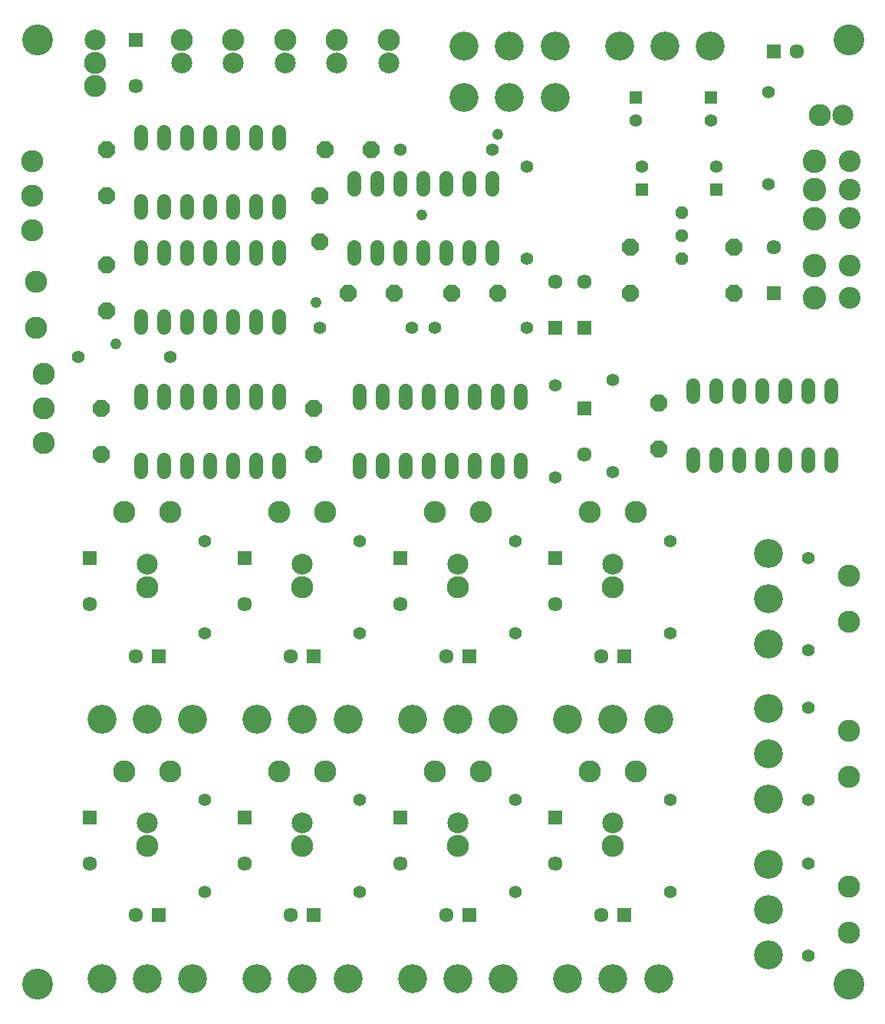
<source format=gbs>
G75*
G70*
%OFA0B0*%
%FSLAX24Y24*%
%IPPOS*%
%LPD*%
%AMOC8*
5,1,8,0,0,1.08239X$1,22.5*
%
%ADD10C,0.1340*%
%ADD11C,0.0600*%
%ADD12C,0.1025*%
%ADD13C,0.0946*%
%ADD14C,0.0556*%
%ADD15C,0.0966*%
%ADD16OC8,0.0710*%
%ADD17R,0.0556X0.0556*%
%ADD18C,0.0634*%
%ADD19R,0.0634X0.0634*%
%ADD20C,0.1261*%
%ADD21C,0.0907*%
%ADD22OC8,0.0556*%
%ADD23C,0.0480*%
D10*
X001681Y001681D03*
X036931Y001681D03*
X036931Y042681D03*
X001681Y042681D03*
D11*
X006181Y038691D02*
X006181Y038171D01*
X007181Y038171D02*
X007181Y038691D01*
X008181Y038691D02*
X008181Y038171D01*
X009181Y038171D02*
X009181Y038691D01*
X010181Y038691D02*
X010181Y038171D01*
X011181Y038171D02*
X011181Y038691D01*
X012181Y038691D02*
X012181Y038171D01*
X012181Y035691D02*
X012181Y035171D01*
X011181Y035171D02*
X011181Y035691D01*
X010181Y035691D02*
X010181Y035171D01*
X009181Y035171D02*
X009181Y035691D01*
X008181Y035691D02*
X008181Y035171D01*
X007181Y035171D02*
X007181Y035691D01*
X006181Y035691D02*
X006181Y035171D01*
X006181Y033691D02*
X006181Y033171D01*
X007181Y033171D02*
X007181Y033691D01*
X008181Y033691D02*
X008181Y033171D01*
X009181Y033171D02*
X009181Y033691D01*
X010181Y033691D02*
X010181Y033171D01*
X011181Y033171D02*
X011181Y033691D01*
X012181Y033691D02*
X012181Y033171D01*
X012181Y030691D02*
X012181Y030171D01*
X011181Y030171D02*
X011181Y030691D01*
X010181Y030691D02*
X010181Y030171D01*
X009181Y030171D02*
X009181Y030691D01*
X008181Y030691D02*
X008181Y030171D01*
X007181Y030171D02*
X007181Y030691D01*
X006181Y030691D02*
X006181Y030171D01*
X006181Y027441D02*
X006181Y026921D01*
X007181Y026921D02*
X007181Y027441D01*
X008181Y027441D02*
X008181Y026921D01*
X009181Y026921D02*
X009181Y027441D01*
X010181Y027441D02*
X010181Y026921D01*
X011181Y026921D02*
X011181Y027441D01*
X012181Y027441D02*
X012181Y026921D01*
X012181Y024441D02*
X012181Y023921D01*
X011181Y023921D02*
X011181Y024441D01*
X010181Y024441D02*
X010181Y023921D01*
X009181Y023921D02*
X009181Y024441D01*
X008181Y024441D02*
X008181Y023921D01*
X007181Y023921D02*
X007181Y024441D01*
X006181Y024441D02*
X006181Y023921D01*
X015431Y033171D02*
X015431Y033691D01*
X016431Y033691D02*
X016431Y033171D01*
X017431Y033171D02*
X017431Y033691D01*
X018431Y033691D02*
X018431Y033171D01*
X019431Y033171D02*
X019431Y033691D01*
X020431Y033691D02*
X020431Y033171D01*
X021431Y033171D02*
X021431Y033691D01*
X021431Y036171D02*
X021431Y036691D01*
X020431Y036691D02*
X020431Y036171D01*
X019431Y036171D02*
X019431Y036691D01*
X018431Y036691D02*
X018431Y036171D01*
X017431Y036171D02*
X017431Y036691D01*
X016431Y036691D02*
X016431Y036171D01*
X015431Y036171D02*
X015431Y036691D01*
X015681Y027441D02*
X015681Y026921D01*
X016681Y026921D02*
X016681Y027441D01*
X017681Y027441D02*
X017681Y026921D01*
X018681Y026921D02*
X018681Y027441D01*
X019681Y027441D02*
X019681Y026921D01*
X020681Y026921D02*
X020681Y027441D01*
X021681Y027441D02*
X021681Y026921D01*
X022681Y026921D02*
X022681Y027441D01*
X022681Y024441D02*
X022681Y023921D01*
X021681Y023921D02*
X021681Y024441D01*
X020681Y024441D02*
X020681Y023921D01*
X019681Y023921D02*
X019681Y024441D01*
X018681Y024441D02*
X018681Y023921D01*
X017681Y023921D02*
X017681Y024441D01*
X016681Y024441D02*
X016681Y023921D01*
X015681Y023921D02*
X015681Y024441D01*
X030181Y024171D02*
X030181Y024691D01*
X031181Y024691D02*
X031181Y024171D01*
X032181Y024171D02*
X032181Y024691D01*
X033181Y024691D02*
X033181Y024171D01*
X034181Y024171D02*
X034181Y024691D01*
X035181Y024691D02*
X035181Y024171D01*
X036181Y024171D02*
X036181Y024691D01*
X036181Y027171D02*
X036181Y027691D01*
X035181Y027691D02*
X035181Y027171D01*
X034181Y027171D02*
X034181Y027691D01*
X033181Y027691D02*
X033181Y027171D01*
X032181Y027171D02*
X032181Y027691D01*
X031181Y027691D02*
X031181Y027171D01*
X030181Y027171D02*
X030181Y027691D01*
D12*
X035431Y031481D03*
X035431Y032881D03*
X035431Y034931D03*
X035431Y036181D03*
X035431Y037431D03*
D13*
X036981Y037406D03*
X036981Y036181D03*
X036981Y034956D03*
X036981Y032881D03*
X036981Y031481D03*
D14*
X033431Y036431D03*
X031181Y037181D03*
X030931Y039181D03*
X033431Y040431D03*
X027931Y037181D03*
X027681Y039181D03*
X022931Y037181D03*
X021431Y037931D03*
X017431Y037931D03*
X022931Y033181D03*
X022931Y030181D03*
X024181Y027681D03*
X026681Y027931D03*
X026681Y023931D03*
X029181Y020931D03*
X029181Y016931D03*
X024181Y023681D03*
X022431Y020931D03*
X022431Y016931D03*
X022431Y009681D03*
X022431Y005681D03*
X029181Y005681D03*
X029181Y009681D03*
X035181Y009681D03*
X035181Y006931D03*
X035181Y002931D03*
X035181Y013681D03*
X035181Y016181D03*
X035181Y020181D03*
X018931Y030181D03*
X017931Y030181D03*
X013931Y030181D03*
X007431Y028931D03*
X003431Y028931D03*
X008931Y020931D03*
X008931Y016931D03*
X015681Y016931D03*
X015681Y020931D03*
X015681Y009681D03*
X015681Y005681D03*
X008931Y005681D03*
X008931Y009681D03*
D15*
X007431Y010931D03*
X005431Y010931D03*
X006431Y007681D03*
X012181Y010931D03*
X014181Y010931D03*
X013181Y007681D03*
X018931Y010931D03*
X020931Y010931D03*
X019931Y007681D03*
X025681Y010931D03*
X027681Y010931D03*
X026681Y007681D03*
X026681Y018931D03*
X025681Y022181D03*
X027681Y022181D03*
X020931Y022181D03*
X018931Y022181D03*
X019931Y018931D03*
X014181Y022181D03*
X012181Y022181D03*
X013181Y018931D03*
X007431Y022181D03*
X005431Y022181D03*
X006431Y018931D03*
X001931Y025181D03*
X001931Y026681D03*
X001931Y028181D03*
X001606Y030181D03*
X001606Y032181D03*
X001431Y034431D03*
X001431Y035931D03*
X001431Y037431D03*
X004181Y040681D03*
X004181Y041681D03*
X007931Y042681D03*
X010181Y042681D03*
X012431Y042681D03*
X014681Y042681D03*
X016931Y042681D03*
X035681Y039431D03*
X036931Y019431D03*
X036931Y017431D03*
X036931Y012681D03*
X036931Y010681D03*
X036931Y005931D03*
X036931Y003931D03*
D16*
X028681Y024931D03*
X028681Y026931D03*
X027431Y031681D03*
X027431Y033681D03*
X031931Y033681D03*
X031931Y031681D03*
X021681Y031681D03*
X019681Y031681D03*
X017181Y031681D03*
X015181Y031681D03*
X013931Y033931D03*
X013931Y035931D03*
X014181Y037931D03*
X016181Y037931D03*
X013681Y026681D03*
X013681Y024681D03*
X004681Y030931D03*
X004681Y032931D03*
X004681Y035931D03*
X004681Y037931D03*
X004431Y026681D03*
X004431Y024681D03*
D17*
X027681Y040181D03*
X030931Y040181D03*
X031181Y036181D03*
X027931Y036181D03*
D18*
X025431Y032181D03*
X024181Y032181D03*
X025431Y024681D03*
X024181Y018181D03*
X026181Y015931D03*
X019431Y015931D03*
X017431Y018181D03*
X012681Y015931D03*
X010681Y018181D03*
X005931Y015931D03*
X003931Y018181D03*
X003931Y006931D03*
X005931Y004681D03*
X010681Y006931D03*
X012681Y004681D03*
X017431Y006931D03*
X019431Y004681D03*
X024181Y006931D03*
X026181Y004681D03*
X033681Y033681D03*
X034681Y042181D03*
X005931Y040681D03*
D19*
X005931Y042681D03*
X024181Y030181D03*
X025431Y030181D03*
X025431Y026681D03*
X024181Y020181D03*
X027181Y015931D03*
X024181Y008931D03*
X027181Y004681D03*
X020431Y004681D03*
X017431Y008931D03*
X013681Y004681D03*
X010681Y008931D03*
X006931Y004681D03*
X003931Y008931D03*
X006931Y015931D03*
X003931Y020181D03*
X010681Y020181D03*
X013681Y015931D03*
X017431Y020181D03*
X020431Y015931D03*
X033681Y031681D03*
X033681Y042181D03*
D20*
X030900Y042431D03*
X028931Y042431D03*
X026963Y042431D03*
X024150Y042431D03*
X022181Y042431D03*
X020213Y042431D03*
X020213Y040181D03*
X022181Y040181D03*
X024150Y040181D03*
X033431Y020400D03*
X033431Y018431D03*
X033431Y016463D03*
X033431Y013650D03*
X033431Y011681D03*
X033431Y009713D03*
X033431Y006900D03*
X033431Y004931D03*
X033431Y002963D03*
X028650Y001931D03*
X026681Y001931D03*
X024713Y001931D03*
X021900Y001931D03*
X019931Y001931D03*
X017963Y001931D03*
X015150Y001931D03*
X013181Y001931D03*
X011213Y001931D03*
X008400Y001931D03*
X006431Y001931D03*
X004463Y001931D03*
X004463Y013181D03*
X006431Y013181D03*
X008400Y013181D03*
X011213Y013181D03*
X013181Y013181D03*
X015150Y013181D03*
X017963Y013181D03*
X019931Y013181D03*
X021900Y013181D03*
X024713Y013181D03*
X026681Y013181D03*
X028650Y013181D03*
D21*
X026681Y008681D03*
X019931Y008681D03*
X013181Y008681D03*
X006431Y008681D03*
X006431Y019931D03*
X013181Y019931D03*
X019931Y019931D03*
X026681Y019931D03*
X036681Y039431D03*
X016931Y041681D03*
X014681Y041681D03*
X012431Y041681D03*
X010181Y041681D03*
X007931Y041681D03*
X004181Y042681D03*
D22*
X029681Y035181D03*
X029681Y034181D03*
X029681Y033181D03*
D23*
X021681Y038581D03*
X018381Y035081D03*
X013781Y031281D03*
X005081Y029481D03*
M02*

</source>
